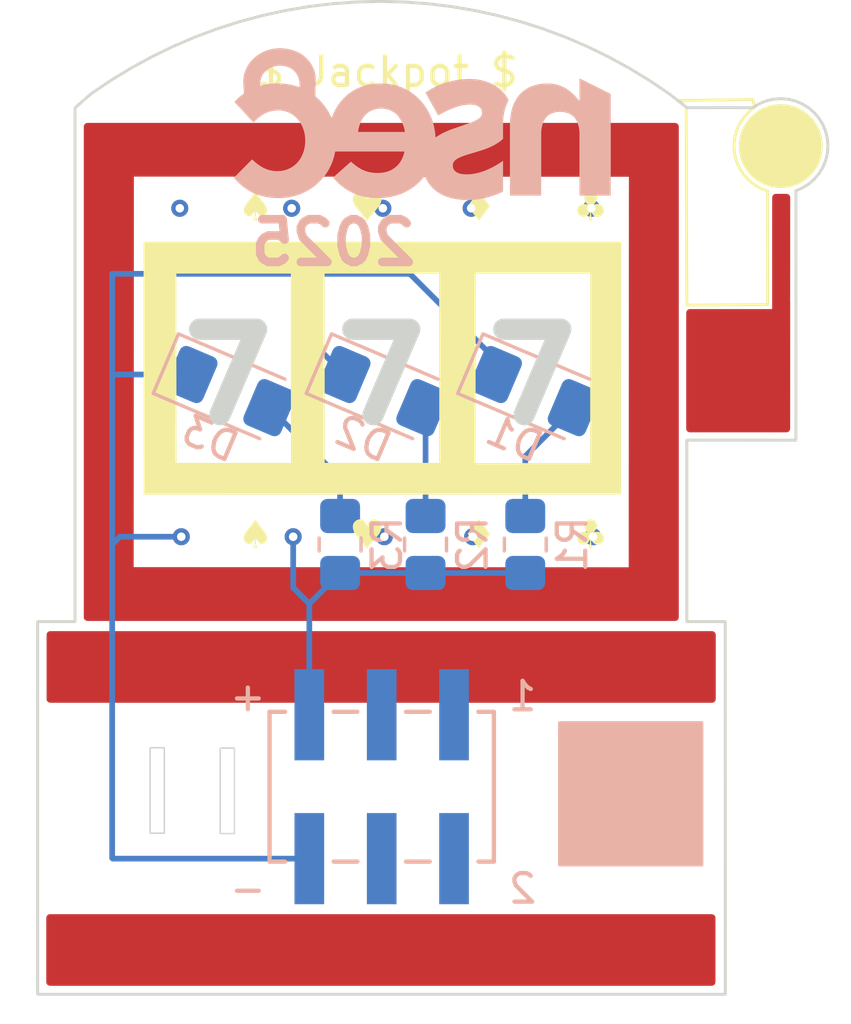
<source format=kicad_pcb>
(kicad_pcb (version 20240108) (generator "pcbnew") (generator_version "8.0")
  (layers (0 "F.Cu" signal) (31 "B.Cu" signal) (34 "B.Paste" user) (35 "F.Paste" user) (36 "B.SilkS" user "B.Silkscreen") (37 "F.SilkS" user "F.Silkscreen") (38 "B.Mask" user) (39 "F.Mask" user) (44 "Edge.Cuts" user))
  (net 0 "")
  (net 1 "GND")
  (net 2 "Net-(D1-A)")
  (net 3 "Net-(D2-A)")
  (net 4 "+3.3V")
  (net 9 "Net-(D3-A)")
  (footprint "LED_SMD:LED_1206_3216Metric_Pad1.42x1.75mm_HandSolder" (layer "B.Cu") (at 120.52 64.115847 -23)
    (property "Reference" "D2" (at 0 1.82 157) (layer "B.SilkS") (effects (justify mirror)))
    (property "Value" "LED")
    (pad "1" smd roundrect (at -1.4875 0 337) (size 1.425 1.75) (layers "B.Cu" "B.Paste" "B.Mask") (roundrect_rratio 0.175439) (net 1 "GND"))
    (pad "2" smd roundrect (at 1.4875 0 337) (size 1.425 1.75) (layers "B.Cu" "B.Paste" "B.Mask") (roundrect_rratio 0.175439) (net 3 "Net-(D2-A)"))
  )
  (footprint "Resistor_SMD:R_0805_2012Metric_Pad1.20x1.40mm_HandSolder" (layer "B.Cu") (at 119 69.5 90)
    (property "Reference" "R3" (at 0 1.65 90) (layer "B.SilkS") (effects (justify mirror)))
    (property "Value" "330")
    (pad "1" smd roundrect (at -1 0 90) (size 1.2 1.4) (layers "B.Cu" "B.Paste" "B.Mask") (roundrect_rratio 0.208333) (net 4 "+3.3V"))
    (pad "2" smd roundrect (at 1 0 90) (size 1.2 1.4) (layers "B.Cu" "B.Paste" "B.Mask") (roundrect_rratio 0.208333) (net 9 "Net-(D3-A)"))
  )
  (footprint "Resistor_SMD:R_0805_2012Metric_Pad1.20x1.40mm_HandSolder" (layer "B.Cu") (at 125.5 69.5 90)
    (property "Reference" "R1" (at 0 1.65 90) (layer "B.SilkS") (effects (justify mirror)))
    (property "Value" "330")
    (pad "1" smd roundrect (at -1 0 90) (size 1.2 1.4) (layers "B.Cu" "B.Paste" "B.Mask") (roundrect_rratio 0.208333) (net 4 "+3.3V"))
    (pad "2" smd roundrect (at 1 0 90) (size 1.2 1.4) (layers "B.Cu" "B.Paste" "B.Mask") (roundrect_rratio 0.208333) (net 2 "Net-(D1-A)"))
  )
  (footprint "Resistor_SMD:R_0805_2012Metric_Pad1.20x1.40mm_HandSolder" (layer "B.Cu") (at 122 69.5 90)
    (property "Reference" "R2" (at 0 1.65 90) (layer "B.SilkS") (effects (justify mirror)))
    (property "Value" "330")
    (pad "1" smd roundrect (at -1 0 90) (size 1.2 1.4) (layers "B.Cu" "B.Paste" "B.Mask") (roundrect_rratio 0.208333) (net 4 "+3.3V"))
    (pad "2" smd roundrect (at 1 0 90) (size 1.2 1.4) (layers "B.Cu" "B.Paste" "B.Mask") (roundrect_rratio 0.208333) (net 3 "Net-(D2-A)"))
  )
  (footprint "LED_SMD:LED_1206_3216Metric_Pad1.42x1.75mm_HandSolder" (layer "B.Cu") (at 115.15 64.115847 -23)
    (property "Reference" "D3" (at 0 1.82 157) (layer "B.SilkS") (effects (justify mirror)))
    (property "Value" "LED")
    (pad "1" smd roundrect (at -1.4875 0 337) (size 1.425 1.75) (layers "B.Cu" "B.Paste" "B.Mask") (roundrect_rratio 0.175439) (net 1 "GND"))
    (pad "2" smd roundrect (at 1.4875 0 337) (size 1.425 1.75) (layers "B.Cu" "B.Paste" "B.Mask") (roundrect_rratio 0.175439) (net 9 "Net-(D3-A)"))
  )
  (footprint "footprints:SAO Connector SMD" (layer "B.Cu") (at 120.46 78 180)
    (property "Reference" "J1" (hide yes))
    (property "Value" "SAO Connector SMD" (hide yes))
    (fp_text user "1" (at -5.520235 2.586203 0) (layer "B.SilkS") (effects (justify left bottom mirror)))
    (fp_text user "2" (at -5.520235 -4.163797 0) (layer "B.SilkS") (effects (justify left bottom mirror)))
    (fp_text user "-" (at 3.979765 -4.163797 0) (layer "B.SilkS") (effects (justify left bottom mirror)))
    (fp_text user "+" (at 3.979765 2.586203 0) (layer "B.SilkS") (effects (justify left bottom mirror)))
    (pad "1" smd rect (at -2.54 2.524999 180) (size 1.0414 3.2004) (layers "B.Cu" "B.Paste" "B.Mask"))
    (pad "2" smd rect (at -2.54 -2.524999 180) (size 1.0414 3.2004) (layers "B.Cu" "B.Paste" "B.Mask"))
    (pad "3" smd rect (at 0 2.524999 180) (size 1.0414 3.2004) (layers "B.Cu" "B.Paste" "B.Mask"))
    (pad "4" smd rect (at 0 -2.524999 180) (size 1.0414 3.2004) (layers "B.Cu" "B.Paste" "B.Mask"))
    (pad "5" smd rect (at 2.54 2.524999 180) (size 1.0414 3.2004) (layers "B.Cu" "B.Paste" "B.Mask") (net 4 "+3.3V"))
    (pad "6" smd rect (at 2.54 -2.524999 180) (size 1.0414 3.2004) (layers "B.Cu" "B.Paste" "B.Mask") (net 1 "GND"))
  )
  (footprint "LED_SMD:LED_1206_3216Metric_Pad1.42x1.75mm_HandSolder" (layer "B.Cu") (at 125.835881 64.115847 -23)
    (property "Reference" "D1" (at 0 1.82 157) (layer "B.SilkS") (effects (justify mirror)))
    (property "Value" "LED")
    (pad "1" smd roundrect (at -1.4875 0.000001 337) (size 1.425 1.75) (layers "B.Cu" "B.Paste" "B.Mask") (roundrect_rratio 0.175439) (net 1 "GND"))
    (pad "2" smd roundrect (at 1.4875 -0.000001 337) (size 1.425 1.75) (layers "B.Cu" "B.Paste" "B.Mask") (roundrect_rratio 0.175439) (net 2 "Net-(D1-A)"))
  )
  (footprint "footprints:nsec-2025" (layer "B.Cu") (at 121.773776 57.664209 180)
    (property "Reference" "REF**" (hide yes))
    (property "Value" "nsec-2025" (hide yes))
    (fp_text user "2025" (at -0.04731 -2.118696 0) (layer "B.SilkS") (effects (font (size 1.5 1.5) (thickness 0.3) (bold yes)) (justify left bottom mirror)))
  )
  (gr_rect (start 126.7 75.75) (end 131.7 80.75) (stroke (width 0.1)) (fill solid) (layer "B.SilkS"))
  (gr_poly (pts (xy 134.725538 53.872241) (xy 134.978827 53.933051) (xy 135.219484 54.032734) (xy 135.441584 54.168837) (xy 135.639659 54.338009) (xy 135.808831 54.536084) (xy 135.944934 54.758184) (xy 136.044617 54.998841) (xy 136.105427 55.25213) (xy 136.125864 55.511812) (xy 136.105427 55.771494) (xy 136.044617 56.024783) (xy 135.944934 56.26544) (xy 135.808831 56.48754) (xy 135.639659 56.685615) (xy 135.441584 56.854787) (xy 135.219484 56.99089) (xy 134.994037 57.084273) (xy 135.002814 57.084273) (xy 135.000102 60.918349) (xy 135.002814 60.904711) (xy 135.000102 65.839177) (xy 131.172374 65.836304) (xy 131.172374 72.205805) (xy 132.519793 72.205805) (xy 132.525013 85.285564) (xy 108.386002 85.285564) (xy 108.386002 72.205376) (xy 109.698872 72.205805) (xy 109.698872 54.326657) (xy 109.698338 54.174915) (xy 110.255259 53.685519) (xy 110.94504 53.218661) (xy 111.656254 52.785154) (xy 112.38729 52.385978) (xy 113.136492 52.022038) (xy 113.902162 51.694159) (xy 114.682565 51.403084) (xy 115.475935 51.149471) (xy 116.280473 50.933896) (xy 117.094358 50.756846) (xy 117.915745 50.618723) (xy 118.742774 50.519839) (xy 119.573571 50.46042) (xy 120.406255 50.440598) (xy 121.238939 50.46042) (xy 122.069736 50.519839) (xy 122.896765 50.618723) (xy 123.718152 50.756846) (xy 124.532037 50.933896) (xy 125.336575 51.149471) (xy 126.129945 51.403084) (xy 126.910348 51.694159) (xy 127.676018 52.022038) (xy 128.42522 52.385978) (xy 129.156256 52.785154) (xy 129.86747 53.218661) (xy 130.557251 53.685519) (xy 131.145468 54.129442) (xy 130.870358 53.917512) (xy 133.489505 53.883502) (xy 133.543687 54.137301) (xy 133.712228 54.032734) (xy 133.952885 53.933051) (xy 134.206174 53.872241) (xy 134.465856 53.851804)) (stroke (width 0.1)) (fill none) (layer "F.SilkS"))
  (gr_line (start 131.17235 61.099131) (end 134.008024 61.081745) (stroke (width 0.1)) (layer "F.SilkS"))
  (gr_line (start 134.008024 61.081745) (end 134.001707 57.096971) (stroke (width 0.1)) (layer "F.SilkS"))
  (gr_line (start 131.145468 54.175055) (end 131.17235 61.099131) (stroke (width 0.1)) (layer "F.SilkS"))
  (gr_arc (start 134.003816 57.089815) (mid 132.848923 55.779269) (end 133.531512 54.171357) (stroke (width 0.1)) (layer "F.SilkS"))
  (gr_circle (center 134.467135 55.517388) (end 135.915361 55.514811) (stroke (width 0.05)) (fill solid) (layer "F.SilkS"))
  (gr_poly (pts (xy 128.864662 63.318535) (xy 128.862189 63.318535) (xy 128.862189 67.747512) (xy 112.10587 67.753309) (xy 112.100838 63.310449) (xy 113.253557 63.310449) (xy 113.25928 66.636997) (xy 117.275928 66.636997) (xy 117.271605 63.310467) (xy 118.458318 63.310467) (xy 118.458318 66.636997) (xy 122.480761 66.636997) (xy 122.480761 63.318535) (xy 123.755887 63.318535) (xy 123.752703 66.64451) (xy 127.778331 66.642793) (xy 127.778331 63.318535) (xy 127.777812 63.318535) (xy 127.777812 59.992005) (xy 123.759764 59.992005) (xy 123.755887 63.318535) (xy 122.480761 63.318535) (xy 122.475306 59.992005) (xy 118.457258 59.992005) (xy 118.457258 63.310467) (xy 117.271605 63.310467) (xy 117.271605 59.992005) (xy 113.253557 59.992005) (xy 113.253557 63.310449) (xy 112.100838 63.310449) (xy 112.100838 58.872221) (xy 128.864662 58.872221)) (fill solid) (layer "F.SilkS"))
  (gr_rect (start 112.329577 76.632083) (end 112.829577 79.632083) (stroke (width 0.05)) (fill none) (layer "Edge.Cuts"))
  (gr_poly (pts (xy 134.722723 53.872748) (xy 134.976012 53.933558) (xy 135.216669 54.033241) (xy 135.438769 54.169344) (xy 135.636844 54.338516) (xy 135.806016 54.536591) (xy 135.942119 54.758691) (xy 136.041802 54.999348) (xy 136.102612 55.252637) (xy 136.123049 55.512319) (xy 136.102612 55.772001) (xy 136.041802 56.02529) (xy 135.942119 56.265947) (xy 135.806016 56.488047) (xy 135.636844 56.686122) (xy 135.438769 56.855294) (xy 135.216669 56.991397) (xy 134.991222 57.08478) (xy 134.999999 57.08478) (xy 134.997287 60.918856) (xy 134.999999 60.905218) (xy 134.997287 65.839684) (xy 131.169559 65.836811) (xy 131.169559 72.206312) (xy 132.516978 72.206312) (xy 132.522198 85.286071) (xy 108.383187 85.286071) (xy 108.383187 72.205883) (xy 109.696057 72.206312) (xy 109.696057 54.327164) (xy 109.695523 54.175422) (xy 110.252444 53.686026) (xy 110.942225 53.219168) (xy 111.653439 52.785661) (xy 112.384475 52.386485) (xy 113.133677 52.022545) (xy 113.899347 51.694666) (xy 114.67975 51.403591) (xy 115.47312 51.149978) (xy 116.277658 50.934403) (xy 117.091543 50.757353) (xy 117.91293 50.61923) (xy 118.739959 50.520346) (xy 119.570756 50.460927) (xy 120.40344 50.441105) (xy 121.236124 50.460927) (xy 122.066921 50.520346) (xy 122.89395 50.61923) (xy 123.715337 50.757353) (xy 124.529222 50.934403) (xy 125.33376 51.149978) (xy 126.12713 51.403591) (xy 126.907533 51.694666) (xy 127.673203 52.022545) (xy 128.422405 52.386485) (xy 129.153441 52.785661) (xy 129.864655 53.219168) (xy 130.554436 53.686026) (xy 131.169954 54.167781) (xy 133.487313 54.169344) (xy 133.709413 54.033241) (xy 133.95007 53.933558) (xy 134.203359 53.872748) (xy 134.463041 53.852311)) (stroke (width 0.1)) (fill none) (layer "Edge.Cuts"))
  (gr_poly (pts (xy 126.748882 61.569833) (xy 126.750353 61.569658) (xy 126.753812 61.570156) (xy 126.794727 61.572838) (xy 126.820666 61.579788) (xy 126.847247 61.583618) (xy 126.867747 61.592403) (xy 126.889286 61.598175) (xy 126.912539 61.6116) (xy 126.937226 61.62218) (xy 126.954752 61.635971) (xy 126.974066 61.647122) (xy 126.993056 61.666112) (xy 127.014158 61.682717) (xy 127.027516 61.700572) (xy 127.043288 61.716344) (xy 127.056714 61.739599) (xy 127.072802 61.761103) (xy 127.081085 61.781812) (xy 127.092235 61.801124) (xy 127.099184 61.827059) (xy 127.109159 61.851996) (xy 127.1118 61.874142) (xy 127.117572 61.895683) (xy 127.117572 61.922538) (xy 127.120752 61.949202) (xy 127.117572 61.971273) (xy 127.117572 61.993577) (xy 127.110621 62.019517) (xy 127.106792 62.046096) (xy 127.093139 62.084761) (xy 127.092235 62.088136) (xy 127.091495 62.089417) (xy 127.09046 62.092349) (xy 125.804745 65.09235) (xy 125.782516 65.136075) (xy 125.721979 65.213008) (xy 125.643593 65.271652) (xy 125.5527 65.308009) (xy 125.455494 65.319602) (xy 125.358599 65.305642) (xy 125.268621 65.26708) (xy 125.191688 65.206543) (xy 125.133044 65.128157) (xy 125.096687 65.037264) (xy 125.085094 64.940058) (xy 125.099054 64.843163) (xy 125.115387 64.79691) (xy 126.177078 62.31963) (xy 124.74578 62.31963) (xy 124.696833 62.316422) (xy 124.602274 62.291085) (xy 124.517494 62.242138) (xy 124.448272 62.172916) (xy 124.399325 62.088136) (xy 124.373988 61.993577) (xy 124.373988 61.895683) (xy 124.399325 61.801124) (xy 124.448272 61.716344) (xy 124.517494 61.647122) (xy 124.602274 61.598175) (xy 124.696833 61.572838) (xy 124.74578 61.56963) (xy 126.74578 61.56963)) (fill solid) (layer "Edge.Cuts"))
  (gr_rect (start 114.791951 76.644986) (end 115.291951 79.644986) (stroke (width 0.05)) (fill none) (layer "Edge.Cuts"))
  (gr_poly (pts (xy 116.071804 61.569833) (xy 116.073275 61.569658) (xy 116.076734 61.570156) (xy 116.117649 61.572838) (xy 116.143588 61.579788) (xy 116.170169 61.583618) (xy 116.190669 61.592403) (xy 116.212208 61.598175) (xy 116.235461 61.6116) (xy 116.260148 61.62218) (xy 116.277674 61.635971) (xy 116.296988 61.647122) (xy 116.315978 61.666112) (xy 116.33708 61.682717) (xy 116.350438 61.700572) (xy 116.36621 61.716344) (xy 116.379636 61.739599) (xy 116.395724 61.761103) (xy 116.404007 61.781812) (xy 116.415157 61.801124) (xy 116.422106 61.827059) (xy 116.432081 61.851996) (xy 116.434722 61.874142) (xy 116.440494 61.895683) (xy 116.440494 61.922538) (xy 116.443674 61.949202) (xy 116.440494 61.971273) (xy 116.440494 61.993577) (xy 116.433543 62.019517) (xy 116.429714 62.046096) (xy 116.416061 62.084761) (xy 116.415157 62.088136) (xy 116.414417 62.089417) (xy 116.413382 62.092349) (xy 115.127667 65.09235) (xy 115.105438 65.136075) (xy 115.044901 65.213008) (xy 114.966515 65.271652) (xy 114.875622 65.308009) (xy 114.778416 65.319602) (xy 114.681521 65.305642) (xy 114.591543 65.26708) (xy 114.51461 65.206543) (xy 114.455966 65.128157) (xy 114.419609 65.037264) (xy 114.408016 64.940058) (xy 114.421976 64.843163) (xy 114.438309 64.79691) (xy 115.5 62.31963) (xy 114.068702 62.31963) (xy 114.019755 62.316422) (xy 113.925196 62.291085) (xy 113.840416 62.242138) (xy 113.771194 62.172916) (xy 113.722247 62.088136) (xy 113.69691 61.993577) (xy 113.69691 61.895683) (xy 113.722247 61.801124) (xy 113.771194 61.716344) (xy 113.840416 61.647122) (xy 113.925196 61.598175) (xy 114.019755 61.572838) (xy 114.068702 61.56963) (xy 116.068702 61.56963)) (fill solid) (layer "Edge.Cuts"))
  (gr_poly (pts (xy 121.446376 61.569833) (xy 121.447847 61.569658) (xy 121.451306 61.570156) (xy 121.492221 61.572838) (xy 121.51816 61.579788) (xy 121.544741 61.583618) (xy 121.565241 61.592403) (xy 121.58678 61.598175) (xy 121.610033 61.6116) (xy 121.63472 61.62218) (xy 121.652246 61.635971) (xy 121.67156 61.647122) (xy 121.69055 61.666112) (xy 121.711652 61.682717) (xy 121.72501 61.700572) (xy 121.740782 61.716344) (xy 121.754208 61.739599) (xy 121.770296 61.761103) (xy 121.778579 61.781812) (xy 121.789729 61.801124) (xy 121.796678 61.827059) (xy 121.806653 61.851996) (xy 121.809294 61.874142) (xy 121.815066 61.895683) (xy 121.815066 61.922538) (xy 121.818246 61.949202) (xy 121.815066 61.971273) (xy 121.815066 61.993577) (xy 121.808115 62.019517) (xy 121.804286 62.046096) (xy 121.790633 62.084761) (xy 121.789729 62.088136) (xy 121.788989 62.089417) (xy 121.787954 62.092349) (xy 120.502239 65.09235) (xy 120.48001 65.136075) (xy 120.419473 65.213008) (xy 120.341087 65.271652) (xy 120.250194 65.308009) (xy 120.152988 65.319602) (xy 120.056093 65.305642) (xy 119.966115 65.26708) (xy 119.889182 65.206543) (xy 119.830538 65.128157) (xy 119.794181 65.037264) (xy 119.782588 64.940058) (xy 119.796548 64.843163) (xy 119.812881 64.79691) (xy 120.874572 62.31963) (xy 119.443274 62.31963) (xy 119.394327 62.316422) (xy 119.299768 62.291085) (xy 119.214988 62.242138) (xy 119.145766 62.172916) (xy 119.096819 62.088136) (xy 119.071482 61.993577) (xy 119.071482 61.895683) (xy 119.096819 61.801124) (xy 119.145766 61.716344) (xy 119.214988 61.647122) (xy 119.299768 61.598175) (xy 119.394327 61.572838) (xy 119.443274 61.56963) (xy 121.443274 61.56963)) (fill solid) (layer "Edge.Cuts"))
  (gr_text "$ Jackpot $" (at 116 53.5 0) (layer "F.SilkS") (effects (font (size 1 1)) (justify left bottom)))
  (gr_text "♠      ♥      ♦      ♣ " (at 115.4 69.803897 0) (layer "F.SilkS") (effects (font (size 1 1)) (justify left bottom)))
  (gr_text "♠      ♥      ♦      ♣ " (at 115.4 58.301678 0) (layer "F.SilkS") (effects (font (size 1 1)) (justify left bottom)))
  (via (at 123.653027 69.227659) (size 0.6) (drill 0.3) (layers "F.Cu" "B.Cu") (net 0))
  (via (at 127.871793 69.227659) (size 0.6) (drill 0.3) (layers "F.Cu" "B.Cu") (net 0))
  (via (at 123.6 57.7) (size 0.6) (drill 0.3) (layers "F.Cu" "B.Cu") (net 0))
  (via (at 120.5 57.7) (size 0.6) (drill 0.3) (layers "F.Cu" "B.Cu") (net 0))
  (via (at 127.818766 57.7) (size 0.6) (drill 0.3) (layers "F.Cu" "B.Cu") (net 0))
  (via (at 113.372611 57.7) (size 0.6) (drill 0.3) (layers "F.Cu" "B.Cu") (net 0))
  (via (at 117.3 57.7) (size 0.6) (drill 0.3) (layers "F.Cu" "B.Cu") (net 0))
  (via (at 120.553027 69.227659) (size 0.6) (drill 0.3) (layers "F.Cu" "B.Cu") (net 0))
  (via (at 113.425638 69.227659) (size 0.6) (drill 0.3) (layers "F.Cu" "B.Cu") (net 1))
  (segment (start 111 80.5) (end 111 69.5) (width 0.2) (layer "B.Cu") (net 1))
  (segment (start 113.780749 63.534634) (end 111.034634 63.534634) (width 0.2) (layer "B.Cu") (net 1))
  (segment (start 111 63.5) (end 111 60) (width 0.2) (layer "B.Cu") (net 1))
  (segment (start 113.425638 69.227659) (end 111.272341 69.227659) (width 0.2) (layer "B.Cu") (net 1))
  (segment (start 111 69.5) (end 111 63.5) (width 0.2) (layer "B.Cu") (net 1))
  (segment (start 119.150749 63.534634) (end 118 62.383885) (width 0.2) (layer "B.Cu") (net 1))
  (segment (start 111.034634 63.534634) (end 111 63.5) (width 0.2) (layer "B.Cu") (net 1))
  (segment (start 111.272341 69.227659) (end 111 69.5) (width 0.2) (layer "B.Cu") (net 1))
  (segment (start 121.45 60) (end 117.6 60) (width 0.2) (layer "B.Cu") (net 1))
  (segment (start 124.46663 63.01663) (end 121.45 60) (width 0.2) (layer "B.Cu") (net 1))
  (segment (start 111.024999 80.524999) (end 111 80.5) (width 0.2) (layer "B.Cu") (net 1))
  (segment (start 118 60) (end 111 60) (width 0.2) (layer "B.Cu") (net 1))
  (segment (start 117.92 80.524999) (end 111.024999 80.524999) (width 0.2) (layer "B.Cu") (net 1))
  (segment (start 118 62.383885) (end 118 60) (width 0.2) (layer "B.Cu") (net 1))
  (segment (start 124.46663 63.534635) (end 124.46663 63.01663) (width 0.2) (layer "B.Cu") (net 1))
  (segment (start 125.5 66.402191) (end 127.205132 64.697059) (width 0.2) (layer "B.Cu") (net 2))
  (segment (start 125.5 68.5) (end 125.5 66.402191) (width 0.2) (layer "B.Cu") (net 2))
  (segment (start 122 64.807809) (end 121.889251 64.69706) (width 0.2) (layer "B.Cu") (net 3))
  (segment (start 122 68.5) (end 122 64.807809) (width 0.2) (layer "B.Cu") (net 3))
  (via (at 117.353027 69.227659) (size 0.6) (drill 0.3) (layers "F.Cu" "B.Cu") (net 4))
  (segment (start 119 70.5) (end 122 70.5) (width 0.2) (layer "B.Cu") (net 4))
  (segment (start 117.353027 71.013027) (end 117.353027 69.227659) (width 0.2) (layer "B.Cu") (net 4))
  (segment (start 122 70.5) (end 125.5 70.5) (width 0.2) (layer "B.Cu") (net 4))
  (segment (start 117.92 75.475001) (end 117.92 71.58) (width 0.2) (layer "B.Cu") (net 4))
  (segment (start 117.92 71.58) (end 117.353027 71.013027) (width 0.2) (layer "B.Cu") (net 4))
  (segment (start 117.92 71.58) (end 119 70.5) (width 0.2) (layer "B.Cu") (net 4))
  (segment (start 119 67.177809) (end 116.519251 64.69706) (width 0.2) (layer "B.Cu") (net 9))
  (segment (start 119 68.5) (end 119 67.177809) (width 0.2) (layer "B.Cu") (net 9))
  (zone (net 0) (net_name "") (layer "F.Cu") (connect_pads (clearance 0.5)) (min_thickness 0.25) (fill yes (thermal_gap 0.5) (thermal_bridge_width 0.5) (island_removal_mode 1) (island_area_min 10))
    (polygon (pts (xy 108.686645 82.473718) (xy 132.175271 82.473718) (xy 132.175271 84.987251) (xy 108.686645 84.987251)))
  )
  (zone (net 0) (net_name "") (layer "F.Cu") (connect_pads (clearance 0.5)) (min_thickness 0.25) (fill yes (thermal_gap 0.5) (thermal_bridge_width 0.5) (island_removal_mode 1) (island_area_min 10))
    (polygon (pts (xy 130.86862 54.750263) (xy 130.88858 54.750263) (xy 130.88858 72.184104) (xy 110.023135 72.184104) (xy 110.023135 72.138182) (xy 110.003175 72.138182) (xy 110.003175 70.294248) (xy 111.754276 70.294248) (xy 129.12964 70.300085) (xy 129.137478 56.594196) (xy 111.762115 56.58836) (xy 111.754276 70.294248) (xy 110.003175 70.294248) (xy 110.003175 54.704341) (xy 130.86862 54.704341)))
  )
  (zone (net 0) (net_name "") (layer "F.Cu") (connect_pads (clearance 0.5)) (min_thickness 0.25) (fill yes (thermal_gap 0.5) (thermal_bridge_width 0.5) (island_removal_mode 1) (island_area_min 10))
    (polygon (pts (xy 134.830744 61.238346) (xy 134.836539 61.238346) (xy 134.836539 65.564095) (xy 131.148446 65.564095) (xy 131.148446 61.238346) (xy 134.165371 61.238346) (xy 134.165371 57.193673) (xy 134.830744 57.193673)))
  )
  (zone (net 0) (net_name "") (layer "F.Cu") (connect_pads (clearance 0.5)) (min_thickness 0.25) (fill yes (thermal_gap 0.5) (thermal_bridge_width 0.5) (island_removal_mode 1) (island_area_min 10))
    (polygon (pts (xy 108.69727 72.540866) (xy 132.185896 72.540866) (xy 132.185896 75.054399) (xy 108.69727 75.054399)))
  )
)
</source>
